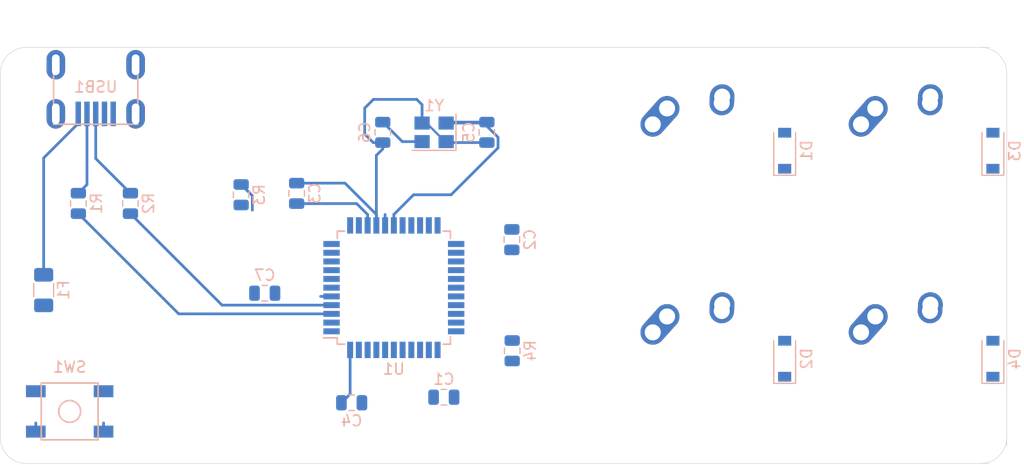
<source format=kicad_pcb>
(kicad_pcb (version 20171130) (host pcbnew "(5.1.4)-1")

  (general
    (thickness 1.6)
    (drawings 8)
    (tracks 52)
    (zones 0)
    (modules 24)
    (nets 45)
  )

  (page A4)
  (layers
    (0 F.Cu signal)
    (31 B.Cu signal)
    (32 B.Adhes user)
    (33 F.Adhes user)
    (34 B.Paste user)
    (35 F.Paste user)
    (36 B.SilkS user)
    (37 F.SilkS user)
    (38 B.Mask user)
    (39 F.Mask user)
    (40 Dwgs.User user)
    (41 Cmts.User user)
    (42 Eco1.User user)
    (43 Eco2.User user)
    (44 Edge.Cuts user)
    (45 Margin user)
    (46 B.CrtYd user)
    (47 F.CrtYd user)
    (48 B.Fab user)
    (49 F.Fab user)
  )

  (setup
    (last_trace_width 0.25)
    (trace_clearance 0.2)
    (zone_clearance 0.508)
    (zone_45_only no)
    (trace_min 0.2)
    (via_size 0.8)
    (via_drill 0.4)
    (via_min_size 0.4)
    (via_min_drill 0.3)
    (uvia_size 0.3)
    (uvia_drill 0.1)
    (uvias_allowed no)
    (uvia_min_size 0.2)
    (uvia_min_drill 0.1)
    (edge_width 0.05)
    (segment_width 0.2)
    (pcb_text_width 0.3)
    (pcb_text_size 1.5 1.5)
    (mod_edge_width 0.12)
    (mod_text_size 1 1)
    (mod_text_width 0.15)
    (pad_size 1.524 1.524)
    (pad_drill 0.762)
    (pad_to_mask_clearance 0.051)
    (solder_mask_min_width 0.25)
    (aux_axis_origin 0 0)
    (visible_elements FFFFFF7F)
    (pcbplotparams
      (layerselection 0x010fc_ffffffff)
      (usegerberextensions false)
      (usegerberattributes false)
      (usegerberadvancedattributes false)
      (creategerberjobfile false)
      (excludeedgelayer true)
      (linewidth 0.100000)
      (plotframeref false)
      (viasonmask false)
      (mode 1)
      (useauxorigin false)
      (hpglpennumber 1)
      (hpglpenspeed 20)
      (hpglpendiameter 15.000000)
      (psnegative false)
      (psa4output false)
      (plotreference true)
      (plotvalue true)
      (plotinvisibletext false)
      (padsonsilk false)
      (subtractmaskfromsilk false)
      (outputformat 1)
      (mirror false)
      (drillshape 1)
      (scaleselection 1)
      (outputdirectory ""))
  )

  (net 0 "")
  (net 1 GND)
  (net 2 +5V)
  (net 3 "Net-(C5-Pad1)")
  (net 4 "Net-(C6-Pad1)")
  (net 5 "Net-(C7-Pad1)")
  (net 6 "Net-(D1-Pad2)")
  (net 7 ROW0)
  (net 8 "Net-(D2-Pad2)")
  (net 9 ROW1)
  (net 10 "Net-(D3-Pad2)")
  (net 11 "Net-(D4-Pad2)")
  (net 12 VCC)
  (net 13 COL0)
  (net 14 COL1)
  (net 15 D-)
  (net 16 "Net-(R1-Pad1)")
  (net 17 D+)
  (net 18 "Net-(R2-Pad1)")
  (net 19 "Net-(R3-Pad2)")
  (net 20 "Net-(R4-Pad2)")
  (net 21 "Net-(U1-Pad42)")
  (net 22 "Net-(U1-Pad41)")
  (net 23 "Net-(U1-Pad40)")
  (net 24 "Net-(U1-Pad39)")
  (net 25 "Net-(U1-Pad38)")
  (net 26 "Net-(U1-Pad37)")
  (net 27 "Net-(U1-Pad36)")
  (net 28 "Net-(U1-Pad32)")
  (net 29 "Net-(U1-Pad31)")
  (net 30 "Net-(U1-Pad26)")
  (net 31 "Net-(U1-Pad25)")
  (net 32 "Net-(U1-Pad22)")
  (net 33 "Net-(U1-Pad21)")
  (net 34 "Net-(U1-Pad20)")
  (net 35 "Net-(U1-Pad19)")
  (net 36 "Net-(U1-Pad18)")
  (net 37 "Net-(U1-Pad12)")
  (net 38 "Net-(U1-Pad11)")
  (net 39 "Net-(U1-Pad10)")
  (net 40 "Net-(U1-Pad9)")
  (net 41 "Net-(U1-Pad8)")
  (net 42 "Net-(U1-Pad1)")
  (net 43 "Net-(USB1-Pad6)")
  (net 44 "Net-(USB1-Pad2)")

  (net_class Default "This is the default net class."
    (clearance 0.2)
    (trace_width 0.25)
    (via_dia 0.8)
    (via_drill 0.4)
    (uvia_dia 0.3)
    (uvia_drill 0.1)
    (add_net +5V)
    (add_net COL0)
    (add_net COL1)
    (add_net D+)
    (add_net D-)
    (add_net GND)
    (add_net "Net-(C5-Pad1)")
    (add_net "Net-(C6-Pad1)")
    (add_net "Net-(C7-Pad1)")
    (add_net "Net-(D1-Pad2)")
    (add_net "Net-(D2-Pad2)")
    (add_net "Net-(D3-Pad2)")
    (add_net "Net-(D4-Pad2)")
    (add_net "Net-(R1-Pad1)")
    (add_net "Net-(R2-Pad1)")
    (add_net "Net-(R3-Pad2)")
    (add_net "Net-(R4-Pad2)")
    (add_net "Net-(U1-Pad1)")
    (add_net "Net-(U1-Pad10)")
    (add_net "Net-(U1-Pad11)")
    (add_net "Net-(U1-Pad12)")
    (add_net "Net-(U1-Pad18)")
    (add_net "Net-(U1-Pad19)")
    (add_net "Net-(U1-Pad20)")
    (add_net "Net-(U1-Pad21)")
    (add_net "Net-(U1-Pad22)")
    (add_net "Net-(U1-Pad25)")
    (add_net "Net-(U1-Pad26)")
    (add_net "Net-(U1-Pad31)")
    (add_net "Net-(U1-Pad32)")
    (add_net "Net-(U1-Pad36)")
    (add_net "Net-(U1-Pad37)")
    (add_net "Net-(U1-Pad38)")
    (add_net "Net-(U1-Pad39)")
    (add_net "Net-(U1-Pad40)")
    (add_net "Net-(U1-Pad41)")
    (add_net "Net-(U1-Pad42)")
    (add_net "Net-(U1-Pad8)")
    (add_net "Net-(U1-Pad9)")
    (add_net "Net-(USB1-Pad2)")
    (add_net "Net-(USB1-Pad6)")
    (add_net ROW0)
    (add_net ROW1)
    (add_net VCC)
  )

  (module Crystal:Crystal_SMD_3225-4Pin_3.2x2.5mm (layer B.Cu) (tedit 5A0FD1B2) (tstamp 619030C6)
    (at 7.9375 31.59125 180)
    (descr "SMD Crystal SERIES SMD3225/4 http://www.txccrystal.com/images/pdf/7m-accuracy.pdf, 3.2x2.5mm^2 package")
    (tags "SMD SMT crystal")
    (path /6192AA4D)
    (attr smd)
    (fp_text reference Y1 (at 0 2.45) (layer B.SilkS)
      (effects (font (size 1 1) (thickness 0.15)) (justify mirror))
    )
    (fp_text value 16MHz (at 0 -2.45) (layer B.Fab)
      (effects (font (size 1 1) (thickness 0.15)) (justify mirror))
    )
    (fp_line (start 2.1 1.7) (end -2.1 1.7) (layer B.CrtYd) (width 0.05))
    (fp_line (start 2.1 -1.7) (end 2.1 1.7) (layer B.CrtYd) (width 0.05))
    (fp_line (start -2.1 -1.7) (end 2.1 -1.7) (layer B.CrtYd) (width 0.05))
    (fp_line (start -2.1 1.7) (end -2.1 -1.7) (layer B.CrtYd) (width 0.05))
    (fp_line (start -2 -1.65) (end 2 -1.65) (layer B.SilkS) (width 0.12))
    (fp_line (start -2 1.65) (end -2 -1.65) (layer B.SilkS) (width 0.12))
    (fp_line (start -1.6 -0.25) (end -0.6 -1.25) (layer B.Fab) (width 0.1))
    (fp_line (start 1.6 1.25) (end -1.6 1.25) (layer B.Fab) (width 0.1))
    (fp_line (start 1.6 -1.25) (end 1.6 1.25) (layer B.Fab) (width 0.1))
    (fp_line (start -1.6 -1.25) (end 1.6 -1.25) (layer B.Fab) (width 0.1))
    (fp_line (start -1.6 1.25) (end -1.6 -1.25) (layer B.Fab) (width 0.1))
    (fp_text user %R (at 0 0) (layer B.Fab)
      (effects (font (size 0.7 0.7) (thickness 0.105)) (justify mirror))
    )
    (pad 4 smd rect (at -1.1 0.85 180) (size 1.4 1.2) (layers B.Cu B.Paste B.Mask)
      (net 3 "Net-(C5-Pad1)"))
    (pad 3 smd rect (at 1.1 0.85 180) (size 1.4 1.2) (layers B.Cu B.Paste B.Mask)
      (net 1 GND))
    (pad 2 smd rect (at 1.1 -0.85 180) (size 1.4 1.2) (layers B.Cu B.Paste B.Mask)
      (net 4 "Net-(C6-Pad1)"))
    (pad 1 smd rect (at -1.1 -0.85 180) (size 1.4 1.2) (layers B.Cu B.Paste B.Mask)
      (net 1 GND))
    (model ${KISYS3DMOD}/Crystal.3dshapes/Crystal_SMD_3225-4Pin_3.2x2.5mm.wrl
      (at (xyz 0 0 0))
      (scale (xyz 1 1 1))
      (rotate (xyz 0 0 0))
    )
  )

  (module random-keyboard-parts:Molex-0548190589 (layer B.Cu) (tedit 5C494815) (tstamp 619030B2)
    (at -23.01875 25.4 270)
    (path /6193DE3D)
    (attr smd)
    (fp_text reference USB1 (at 2.032 0) (layer B.SilkS)
      (effects (font (size 1 1) (thickness 0.15)) (justify mirror))
    )
    (fp_text value Molex-0548190589 (at -5.08 0) (layer Dwgs.User)
      (effects (font (size 1 1) (thickness 0.15)))
    )
    (fp_text user %R (at 2 0) (layer B.CrtYd)
      (effects (font (size 1 1) (thickness 0.15)) (justify mirror))
    )
    (fp_line (start 3.25 1.25) (end 5.5 1.25) (layer B.CrtYd) (width 0.15))
    (fp_line (start 5.5 0.5) (end 3.25 0.5) (layer B.CrtYd) (width 0.15))
    (fp_line (start 3.25 -0.5) (end 5.5 -0.5) (layer B.CrtYd) (width 0.15))
    (fp_line (start 5.5 -1.25) (end 3.25 -1.25) (layer B.CrtYd) (width 0.15))
    (fp_line (start 3.25 -2) (end 5.5 -2) (layer B.CrtYd) (width 0.15))
    (fp_line (start 3.25 2) (end 3.25 -2) (layer B.CrtYd) (width 0.15))
    (fp_line (start 5.5 2) (end 3.25 2) (layer B.CrtYd) (width 0.15))
    (fp_line (start -3.75 -3.75) (end -3.75 3.75) (layer B.CrtYd) (width 0.15))
    (fp_line (start 5.5 -3.75) (end -3.75 -3.75) (layer B.CrtYd) (width 0.15))
    (fp_line (start 5.5 3.75) (end 5.5 -3.75) (layer B.CrtYd) (width 0.15))
    (fp_line (start -3.75 3.75) (end 5.5 3.75) (layer B.CrtYd) (width 0.15))
    (fp_line (start 0 3.85) (end 5.45 3.85) (layer B.SilkS) (width 0.15))
    (fp_line (start 0 -3.85) (end 5.45 -3.85) (layer B.SilkS) (width 0.15))
    (fp_line (start 5.45 3.85) (end 5.45 -3.85) (layer B.SilkS) (width 0.15))
    (fp_line (start -3.75 3.85) (end 0 3.85) (layer Dwgs.User) (width 0.15))
    (fp_line (start -3.75 -3.85) (end 0 -3.85) (layer Dwgs.User) (width 0.15))
    (fp_line (start -1.75 4.572) (end -1.75 -4.572) (layer Dwgs.User) (width 0.15))
    (fp_line (start -3.75 3.85) (end -3.75 -3.85) (layer Dwgs.User) (width 0.15))
    (pad 6 thru_hole oval (at 0 3.65 270) (size 2.7 1.7) (drill oval 1.9 0.7) (layers *.Cu *.Mask)
      (net 43 "Net-(USB1-Pad6)"))
    (pad 6 thru_hole oval (at 0 -3.65 270) (size 2.7 1.7) (drill oval 1.9 0.7) (layers *.Cu *.Mask)
      (net 43 "Net-(USB1-Pad6)"))
    (pad 6 thru_hole oval (at 4.5 -3.65 270) (size 2.7 1.7) (drill oval 1.9 0.7) (layers *.Cu *.Mask)
      (net 43 "Net-(USB1-Pad6)"))
    (pad 6 thru_hole oval (at 4.5 3.65 270) (size 2.7 1.7) (drill oval 1.9 0.7) (layers *.Cu *.Mask)
      (net 43 "Net-(USB1-Pad6)"))
    (pad 5 smd rect (at 4.5 1.6 270) (size 2.25 0.5) (layers B.Cu B.Paste B.Mask)
      (net 12 VCC))
    (pad 4 smd rect (at 4.5 0.8 270) (size 2.25 0.5) (layers B.Cu B.Paste B.Mask)
      (net 15 D-))
    (pad 3 smd rect (at 4.5 0 270) (size 2.25 0.5) (layers B.Cu B.Paste B.Mask)
      (net 17 D+))
    (pad 2 smd rect (at 4.5 -0.8 270) (size 2.25 0.5) (layers B.Cu B.Paste B.Mask)
      (net 44 "Net-(USB1-Pad2)"))
    (pad 1 smd rect (at 4.5 -1.6 270) (size 2.25 0.5) (layers B.Cu B.Paste B.Mask)
      (net 1 GND))
  )

  (module Package_QFP:TQFP-44_10x10mm_P0.8mm (layer B.Cu) (tedit 5A02F146) (tstamp 61903CA1)
    (at 4.2545 45.81525)
    (descr "44-Lead Plastic Thin Quad Flatpack (PT) - 10x10x1.0 mm Body [TQFP] (see Microchip Packaging Specification 00000049BS.pdf)")
    (tags "QFP 0.8")
    (path /618FCC8B)
    (attr smd)
    (fp_text reference U1 (at 0 7.45) (layer B.SilkS)
      (effects (font (size 1 1) (thickness 0.15)) (justify mirror))
    )
    (fp_text value ATmega32U4-AU (at 0 -7.45) (layer B.Fab)
      (effects (font (size 1 1) (thickness 0.15)) (justify mirror))
    )
    (fp_line (start -5.175 4.6) (end -6.45 4.6) (layer B.SilkS) (width 0.15))
    (fp_line (start 5.175 5.175) (end 4.5 5.175) (layer B.SilkS) (width 0.15))
    (fp_line (start 5.175 -5.175) (end 4.5 -5.175) (layer B.SilkS) (width 0.15))
    (fp_line (start -5.175 -5.175) (end -4.5 -5.175) (layer B.SilkS) (width 0.15))
    (fp_line (start -5.175 5.175) (end -4.5 5.175) (layer B.SilkS) (width 0.15))
    (fp_line (start -5.175 -5.175) (end -5.175 -4.5) (layer B.SilkS) (width 0.15))
    (fp_line (start 5.175 -5.175) (end 5.175 -4.5) (layer B.SilkS) (width 0.15))
    (fp_line (start 5.175 5.175) (end 5.175 4.5) (layer B.SilkS) (width 0.15))
    (fp_line (start -5.175 5.175) (end -5.175 4.6) (layer B.SilkS) (width 0.15))
    (fp_line (start -6.7 -6.7) (end 6.7 -6.7) (layer B.CrtYd) (width 0.05))
    (fp_line (start -6.7 6.7) (end 6.7 6.7) (layer B.CrtYd) (width 0.05))
    (fp_line (start 6.7 6.7) (end 6.7 -6.7) (layer B.CrtYd) (width 0.05))
    (fp_line (start -6.7 6.7) (end -6.7 -6.7) (layer B.CrtYd) (width 0.05))
    (fp_line (start -5 4) (end -4 5) (layer B.Fab) (width 0.15))
    (fp_line (start -5 -5) (end -5 4) (layer B.Fab) (width 0.15))
    (fp_line (start 5 -5) (end -5 -5) (layer B.Fab) (width 0.15))
    (fp_line (start 5 5) (end 5 -5) (layer B.Fab) (width 0.15))
    (fp_line (start -4 5) (end 5 5) (layer B.Fab) (width 0.15))
    (fp_text user %R (at 0 0) (layer B.Fab)
      (effects (font (size 1 1) (thickness 0.15)) (justify mirror))
    )
    (pad 44 smd rect (at -4 5.7 270) (size 1.5 0.55) (layers B.Cu B.Paste B.Mask)
      (net 2 +5V))
    (pad 43 smd rect (at -3.2 5.7 270) (size 1.5 0.55) (layers B.Cu B.Paste B.Mask)
      (net 1 GND))
    (pad 42 smd rect (at -2.4 5.7 270) (size 1.5 0.55) (layers B.Cu B.Paste B.Mask)
      (net 21 "Net-(U1-Pad42)"))
    (pad 41 smd rect (at -1.6 5.7 270) (size 1.5 0.55) (layers B.Cu B.Paste B.Mask)
      (net 22 "Net-(U1-Pad41)"))
    (pad 40 smd rect (at -0.8 5.7 270) (size 1.5 0.55) (layers B.Cu B.Paste B.Mask)
      (net 23 "Net-(U1-Pad40)"))
    (pad 39 smd rect (at 0 5.7 270) (size 1.5 0.55) (layers B.Cu B.Paste B.Mask)
      (net 24 "Net-(U1-Pad39)"))
    (pad 38 smd rect (at 0.8 5.7 270) (size 1.5 0.55) (layers B.Cu B.Paste B.Mask)
      (net 25 "Net-(U1-Pad38)"))
    (pad 37 smd rect (at 1.6 5.7 270) (size 1.5 0.55) (layers B.Cu B.Paste B.Mask)
      (net 26 "Net-(U1-Pad37)"))
    (pad 36 smd rect (at 2.4 5.7 270) (size 1.5 0.55) (layers B.Cu B.Paste B.Mask)
      (net 27 "Net-(U1-Pad36)"))
    (pad 35 smd rect (at 3.2 5.7 270) (size 1.5 0.55) (layers B.Cu B.Paste B.Mask)
      (net 1 GND))
    (pad 34 smd rect (at 4 5.7 270) (size 1.5 0.55) (layers B.Cu B.Paste B.Mask)
      (net 2 +5V))
    (pad 33 smd rect (at 5.7 4) (size 1.5 0.55) (layers B.Cu B.Paste B.Mask)
      (net 20 "Net-(R4-Pad2)"))
    (pad 32 smd rect (at 5.7 3.2) (size 1.5 0.55) (layers B.Cu B.Paste B.Mask)
      (net 28 "Net-(U1-Pad32)"))
    (pad 31 smd rect (at 5.7 2.4) (size 1.5 0.55) (layers B.Cu B.Paste B.Mask)
      (net 29 "Net-(U1-Pad31)"))
    (pad 30 smd rect (at 5.7 1.6) (size 1.5 0.55) (layers B.Cu B.Paste B.Mask)
      (net 9 ROW1))
    (pad 29 smd rect (at 5.7 0.8) (size 1.5 0.55) (layers B.Cu B.Paste B.Mask)
      (net 13 COL0))
    (pad 28 smd rect (at 5.7 0) (size 1.5 0.55) (layers B.Cu B.Paste B.Mask)
      (net 14 COL1))
    (pad 27 smd rect (at 5.7 -0.8) (size 1.5 0.55) (layers B.Cu B.Paste B.Mask)
      (net 7 ROW0))
    (pad 26 smd rect (at 5.7 -1.6) (size 1.5 0.55) (layers B.Cu B.Paste B.Mask)
      (net 30 "Net-(U1-Pad26)"))
    (pad 25 smd rect (at 5.7 -2.4) (size 1.5 0.55) (layers B.Cu B.Paste B.Mask)
      (net 31 "Net-(U1-Pad25)"))
    (pad 24 smd rect (at 5.7 -3.2) (size 1.5 0.55) (layers B.Cu B.Paste B.Mask)
      (net 2 +5V))
    (pad 23 smd rect (at 5.7 -4) (size 1.5 0.55) (layers B.Cu B.Paste B.Mask)
      (net 1 GND))
    (pad 22 smd rect (at 4 -5.7 270) (size 1.5 0.55) (layers B.Cu B.Paste B.Mask)
      (net 32 "Net-(U1-Pad22)"))
    (pad 21 smd rect (at 3.2 -5.7 270) (size 1.5 0.55) (layers B.Cu B.Paste B.Mask)
      (net 33 "Net-(U1-Pad21)"))
    (pad 20 smd rect (at 2.4 -5.7 270) (size 1.5 0.55) (layers B.Cu B.Paste B.Mask)
      (net 34 "Net-(U1-Pad20)"))
    (pad 19 smd rect (at 1.6 -5.7 270) (size 1.5 0.55) (layers B.Cu B.Paste B.Mask)
      (net 35 "Net-(U1-Pad19)"))
    (pad 18 smd rect (at 0.8 -5.7 270) (size 1.5 0.55) (layers B.Cu B.Paste B.Mask)
      (net 36 "Net-(U1-Pad18)"))
    (pad 17 smd rect (at 0 -5.7 270) (size 1.5 0.55) (layers B.Cu B.Paste B.Mask)
      (net 3 "Net-(C5-Pad1)"))
    (pad 16 smd rect (at -0.8 -5.7 270) (size 1.5 0.55) (layers B.Cu B.Paste B.Mask)
      (net 4 "Net-(C6-Pad1)"))
    (pad 15 smd rect (at -1.6 -5.7 270) (size 1.5 0.55) (layers B.Cu B.Paste B.Mask)
      (net 1 GND))
    (pad 14 smd rect (at -2.4 -5.7 270) (size 1.5 0.55) (layers B.Cu B.Paste B.Mask)
      (net 2 +5V))
    (pad 13 smd rect (at -3.2 -5.7 270) (size 1.5 0.55) (layers B.Cu B.Paste B.Mask)
      (net 19 "Net-(R3-Pad2)"))
    (pad 12 smd rect (at -4 -5.7 270) (size 1.5 0.55) (layers B.Cu B.Paste B.Mask)
      (net 37 "Net-(U1-Pad12)"))
    (pad 11 smd rect (at -5.7 -4) (size 1.5 0.55) (layers B.Cu B.Paste B.Mask)
      (net 38 "Net-(U1-Pad11)"))
    (pad 10 smd rect (at -5.7 -3.2) (size 1.5 0.55) (layers B.Cu B.Paste B.Mask)
      (net 39 "Net-(U1-Pad10)"))
    (pad 9 smd rect (at -5.7 -2.4) (size 1.5 0.55) (layers B.Cu B.Paste B.Mask)
      (net 40 "Net-(U1-Pad9)"))
    (pad 8 smd rect (at -5.7 -1.6) (size 1.5 0.55) (layers B.Cu B.Paste B.Mask)
      (net 41 "Net-(U1-Pad8)"))
    (pad 7 smd rect (at -5.7 -0.8) (size 1.5 0.55) (layers B.Cu B.Paste B.Mask)
      (net 2 +5V))
    (pad 6 smd rect (at -5.7 0) (size 1.5 0.55) (layers B.Cu B.Paste B.Mask)
      (net 5 "Net-(C7-Pad1)"))
    (pad 5 smd rect (at -5.7 0.8) (size 1.5 0.55) (layers B.Cu B.Paste B.Mask)
      (net 1 GND))
    (pad 4 smd rect (at -5.7 1.6) (size 1.5 0.55) (layers B.Cu B.Paste B.Mask)
      (net 18 "Net-(R2-Pad1)"))
    (pad 3 smd rect (at -5.7 2.4) (size 1.5 0.55) (layers B.Cu B.Paste B.Mask)
      (net 16 "Net-(R1-Pad1)"))
    (pad 2 smd rect (at -5.7 3.2) (size 1.5 0.55) (layers B.Cu B.Paste B.Mask)
      (net 2 +5V))
    (pad 1 smd rect (at -5.7 4) (size 1.5 0.55) (layers B.Cu B.Paste B.Mask)
      (net 42 "Net-(U1-Pad1)"))
    (model ${KISYS3DMOD}/Package_QFP.3dshapes/TQFP-44_10x10mm_P0.8mm.wrl
      (at (xyz 0 0 0))
      (scale (xyz 1 1 1))
      (rotate (xyz 0 0 0))
    )
  )

  (module random-keyboard-parts:SKQG-1155865 (layer B.Cu) (tedit 5E62B398) (tstamp 6190304F)
    (at -25.4 57.15)
    (path /619366B0)
    (attr smd)
    (fp_text reference SW1 (at 0 -4.064) (layer B.SilkS)
      (effects (font (size 1 1) (thickness 0.15)) (justify mirror))
    )
    (fp_text value SW_Push (at 0 4.064) (layer B.Fab)
      (effects (font (size 1 1) (thickness 0.15)) (justify mirror))
    )
    (fp_line (start -2.6 2.6) (end 2.6 2.6) (layer B.SilkS) (width 0.15))
    (fp_line (start 2.6 2.6) (end 2.6 -2.6) (layer B.SilkS) (width 0.15))
    (fp_line (start 2.6 -2.6) (end -2.6 -2.6) (layer B.SilkS) (width 0.15))
    (fp_line (start -2.6 -2.6) (end -2.6 2.6) (layer B.SilkS) (width 0.15))
    (fp_circle (center 0 0) (end 1 0) (layer B.SilkS) (width 0.15))
    (fp_line (start -4.2 2.6) (end 4.2 2.6) (layer B.Fab) (width 0.15))
    (fp_line (start 4.2 2.6) (end 4.2 1.2) (layer B.Fab) (width 0.15))
    (fp_line (start 4.2 1.1) (end 2.6 1.1) (layer B.Fab) (width 0.15))
    (fp_line (start 2.6 1.1) (end 2.6 -1.1) (layer B.Fab) (width 0.15))
    (fp_line (start 2.6 -1.1) (end 4.2 -1.1) (layer B.Fab) (width 0.15))
    (fp_line (start 4.2 -1.1) (end 4.2 -2.6) (layer B.Fab) (width 0.15))
    (fp_line (start 4.2 -2.6) (end -4.2 -2.6) (layer B.Fab) (width 0.15))
    (fp_line (start -4.2 -2.6) (end -4.2 -1.1) (layer B.Fab) (width 0.15))
    (fp_line (start -4.2 -1.1) (end -2.6 -1.1) (layer B.Fab) (width 0.15))
    (fp_line (start -2.6 -1.1) (end -2.6 1.1) (layer B.Fab) (width 0.15))
    (fp_line (start -2.6 1.1) (end -4.2 1.1) (layer B.Fab) (width 0.15))
    (fp_line (start -4.2 1.1) (end -4.2 2.6) (layer B.Fab) (width 0.15))
    (fp_circle (center 0 0) (end 1 0) (layer B.Fab) (width 0.15))
    (fp_line (start -2.6 1.1) (end -1.1 2.6) (layer B.Fab) (width 0.15))
    (fp_line (start 2.6 1.1) (end 1.1 2.6) (layer B.Fab) (width 0.15))
    (fp_line (start 2.6 -1.1) (end 1.1 -2.6) (layer B.Fab) (width 0.15))
    (fp_line (start -2.6 -1.1) (end -1.1 -2.6) (layer B.Fab) (width 0.15))
    (pad 4 smd rect (at -3.1 -1.85) (size 1.8 1.1) (layers B.Cu B.Paste B.Mask))
    (pad 3 smd rect (at 3.1 1.85) (size 1.8 1.1) (layers B.Cu B.Paste B.Mask))
    (pad 2 smd rect (at -3.1 1.85) (size 1.8 1.1) (layers B.Cu B.Paste B.Mask)
      (net 19 "Net-(R3-Pad2)"))
    (pad 1 smd rect (at 3.1 -1.85) (size 1.8 1.1) (layers B.Cu B.Paste B.Mask)
      (net 1 GND))
    (model ${KISYS3DMOD}/Button_Switch_SMD.3dshapes/SW_SPST_TL3342.step
      (at (xyz 0 0 0))
      (scale (xyz 1 1 1))
      (rotate (xyz 0 0 0))
    )
  )

  (module Resistor_SMD:R_0805_2012Metric (layer B.Cu) (tedit 5B36C52B) (tstamp 61903031)
    (at 15.08125 51.59375 90)
    (descr "Resistor SMD 0805 (2012 Metric), square (rectangular) end terminal, IPC_7351 nominal, (Body size source: https://docs.google.com/spreadsheets/d/1BsfQQcO9C6DZCsRaXUlFlo91Tg2WpOkGARC1WS5S8t0/edit?usp=sharing), generated with kicad-footprint-generator")
    (tags resistor)
    (path /61912AE2)
    (attr smd)
    (fp_text reference R4 (at 0 1.65 -90) (layer B.SilkS)
      (effects (font (size 1 1) (thickness 0.15)) (justify mirror))
    )
    (fp_text value 10k (at 0 -1.65 -90) (layer B.Fab)
      (effects (font (size 1 1) (thickness 0.15)) (justify mirror))
    )
    (fp_text user %R (at 0 0 -90) (layer B.Fab)
      (effects (font (size 0.5 0.5) (thickness 0.08)) (justify mirror))
    )
    (fp_line (start 1.68 -0.95) (end -1.68 -0.95) (layer B.CrtYd) (width 0.05))
    (fp_line (start 1.68 0.95) (end 1.68 -0.95) (layer B.CrtYd) (width 0.05))
    (fp_line (start -1.68 0.95) (end 1.68 0.95) (layer B.CrtYd) (width 0.05))
    (fp_line (start -1.68 -0.95) (end -1.68 0.95) (layer B.CrtYd) (width 0.05))
    (fp_line (start -0.258578 -0.71) (end 0.258578 -0.71) (layer B.SilkS) (width 0.12))
    (fp_line (start -0.258578 0.71) (end 0.258578 0.71) (layer B.SilkS) (width 0.12))
    (fp_line (start 1 -0.6) (end -1 -0.6) (layer B.Fab) (width 0.1))
    (fp_line (start 1 0.6) (end 1 -0.6) (layer B.Fab) (width 0.1))
    (fp_line (start -1 0.6) (end 1 0.6) (layer B.Fab) (width 0.1))
    (fp_line (start -1 -0.6) (end -1 0.6) (layer B.Fab) (width 0.1))
    (pad 2 smd roundrect (at 0.9375 0 90) (size 0.975 1.4) (layers B.Cu B.Paste B.Mask) (roundrect_rratio 0.25)
      (net 20 "Net-(R4-Pad2)"))
    (pad 1 smd roundrect (at -0.9375 0 90) (size 0.975 1.4) (layers B.Cu B.Paste B.Mask) (roundrect_rratio 0.25)
      (net 1 GND))
    (model ${KISYS3DMOD}/Resistor_SMD.3dshapes/R_0805_2012Metric.wrl
      (at (xyz 0 0 0))
      (scale (xyz 1 1 1))
      (rotate (xyz 0 0 0))
    )
  )

  (module Resistor_SMD:R_0805_2012Metric (layer B.Cu) (tedit 5B36C52B) (tstamp 61903020)
    (at -9.7155 37.30625 90)
    (descr "Resistor SMD 0805 (2012 Metric), square (rectangular) end terminal, IPC_7351 nominal, (Body size source: https://docs.google.com/spreadsheets/d/1BsfQQcO9C6DZCsRaXUlFlo91Tg2WpOkGARC1WS5S8t0/edit?usp=sharing), generated with kicad-footprint-generator")
    (tags resistor)
    (path /6193A291)
    (attr smd)
    (fp_text reference R3 (at 0 1.65 270) (layer B.SilkS)
      (effects (font (size 1 1) (thickness 0.15)) (justify mirror))
    )
    (fp_text value 10k (at 0 -1.65 270) (layer B.Fab)
      (effects (font (size 1 1) (thickness 0.15)) (justify mirror))
    )
    (fp_text user %R (at 0 0 270) (layer B.Fab)
      (effects (font (size 0.5 0.5) (thickness 0.08)) (justify mirror))
    )
    (fp_line (start 1.68 -0.95) (end -1.68 -0.95) (layer B.CrtYd) (width 0.05))
    (fp_line (start 1.68 0.95) (end 1.68 -0.95) (layer B.CrtYd) (width 0.05))
    (fp_line (start -1.68 0.95) (end 1.68 0.95) (layer B.CrtYd) (width 0.05))
    (fp_line (start -1.68 -0.95) (end -1.68 0.95) (layer B.CrtYd) (width 0.05))
    (fp_line (start -0.258578 -0.71) (end 0.258578 -0.71) (layer B.SilkS) (width 0.12))
    (fp_line (start -0.258578 0.71) (end 0.258578 0.71) (layer B.SilkS) (width 0.12))
    (fp_line (start 1 -0.6) (end -1 -0.6) (layer B.Fab) (width 0.1))
    (fp_line (start 1 0.6) (end 1 -0.6) (layer B.Fab) (width 0.1))
    (fp_line (start -1 0.6) (end 1 0.6) (layer B.Fab) (width 0.1))
    (fp_line (start -1 -0.6) (end -1 0.6) (layer B.Fab) (width 0.1))
    (pad 2 smd roundrect (at 0.9375 0 90) (size 0.975 1.4) (layers B.Cu B.Paste B.Mask) (roundrect_rratio 0.25)
      (net 19 "Net-(R3-Pad2)"))
    (pad 1 smd roundrect (at -0.9375 0 90) (size 0.975 1.4) (layers B.Cu B.Paste B.Mask) (roundrect_rratio 0.25)
      (net 2 +5V))
    (model ${KISYS3DMOD}/Resistor_SMD.3dshapes/R_0805_2012Metric.wrl
      (at (xyz 0 0 0))
      (scale (xyz 1 1 1))
      (rotate (xyz 0 0 0))
    )
  )

  (module Resistor_SMD:R_0805_2012Metric (layer B.Cu) (tedit 5B36C52B) (tstamp 6190300F)
    (at -19.84375 38.1 90)
    (descr "Resistor SMD 0805 (2012 Metric), square (rectangular) end terminal, IPC_7351 nominal, (Body size source: https://docs.google.com/spreadsheets/d/1BsfQQcO9C6DZCsRaXUlFlo91Tg2WpOkGARC1WS5S8t0/edit?usp=sharing), generated with kicad-footprint-generator")
    (tags resistor)
    (path /619172EC)
    (attr smd)
    (fp_text reference R2 (at 0 1.65 90) (layer B.SilkS)
      (effects (font (size 1 1) (thickness 0.15)) (justify mirror))
    )
    (fp_text value 22 (at 0 -1.65 90) (layer B.Fab)
      (effects (font (size 1 1) (thickness 0.15)) (justify mirror))
    )
    (fp_text user %R (at 0 0 90) (layer B.Fab)
      (effects (font (size 0.5 0.5) (thickness 0.08)) (justify mirror))
    )
    (fp_line (start 1.68 -0.95) (end -1.68 -0.95) (layer B.CrtYd) (width 0.05))
    (fp_line (start 1.68 0.95) (end 1.68 -0.95) (layer B.CrtYd) (width 0.05))
    (fp_line (start -1.68 0.95) (end 1.68 0.95) (layer B.CrtYd) (width 0.05))
    (fp_line (start -1.68 -0.95) (end -1.68 0.95) (layer B.CrtYd) (width 0.05))
    (fp_line (start -0.258578 -0.71) (end 0.258578 -0.71) (layer B.SilkS) (width 0.12))
    (fp_line (start -0.258578 0.71) (end 0.258578 0.71) (layer B.SilkS) (width 0.12))
    (fp_line (start 1 -0.6) (end -1 -0.6) (layer B.Fab) (width 0.1))
    (fp_line (start 1 0.6) (end 1 -0.6) (layer B.Fab) (width 0.1))
    (fp_line (start -1 0.6) (end 1 0.6) (layer B.Fab) (width 0.1))
    (fp_line (start -1 -0.6) (end -1 0.6) (layer B.Fab) (width 0.1))
    (pad 2 smd roundrect (at 0.9375 0 90) (size 0.975 1.4) (layers B.Cu B.Paste B.Mask) (roundrect_rratio 0.25)
      (net 17 D+))
    (pad 1 smd roundrect (at -0.9375 0 90) (size 0.975 1.4) (layers B.Cu B.Paste B.Mask) (roundrect_rratio 0.25)
      (net 18 "Net-(R2-Pad1)"))
    (model ${KISYS3DMOD}/Resistor_SMD.3dshapes/R_0805_2012Metric.wrl
      (at (xyz 0 0 0))
      (scale (xyz 1 1 1))
      (rotate (xyz 0 0 0))
    )
  )

  (module Resistor_SMD:R_0805_2012Metric (layer B.Cu) (tedit 5B36C52B) (tstamp 61902FFE)
    (at -24.60625 38.1 90)
    (descr "Resistor SMD 0805 (2012 Metric), square (rectangular) end terminal, IPC_7351 nominal, (Body size source: https://docs.google.com/spreadsheets/d/1BsfQQcO9C6DZCsRaXUlFlo91Tg2WpOkGARC1WS5S8t0/edit?usp=sharing), generated with kicad-footprint-generator")
    (tags resistor)
    (path /61918CCB)
    (attr smd)
    (fp_text reference R1 (at 0 1.65 270) (layer B.SilkS)
      (effects (font (size 1 1) (thickness 0.15)) (justify mirror))
    )
    (fp_text value 22 (at 0 -1.65 270) (layer B.Fab)
      (effects (font (size 1 1) (thickness 0.15)) (justify mirror))
    )
    (fp_text user %R (at 0 0 270) (layer B.Fab)
      (effects (font (size 0.5 0.5) (thickness 0.08)) (justify mirror))
    )
    (fp_line (start 1.68 -0.95) (end -1.68 -0.95) (layer B.CrtYd) (width 0.05))
    (fp_line (start 1.68 0.95) (end 1.68 -0.95) (layer B.CrtYd) (width 0.05))
    (fp_line (start -1.68 0.95) (end 1.68 0.95) (layer B.CrtYd) (width 0.05))
    (fp_line (start -1.68 -0.95) (end -1.68 0.95) (layer B.CrtYd) (width 0.05))
    (fp_line (start -0.258578 -0.71) (end 0.258578 -0.71) (layer B.SilkS) (width 0.12))
    (fp_line (start -0.258578 0.71) (end 0.258578 0.71) (layer B.SilkS) (width 0.12))
    (fp_line (start 1 -0.6) (end -1 -0.6) (layer B.Fab) (width 0.1))
    (fp_line (start 1 0.6) (end 1 -0.6) (layer B.Fab) (width 0.1))
    (fp_line (start -1 0.6) (end 1 0.6) (layer B.Fab) (width 0.1))
    (fp_line (start -1 -0.6) (end -1 0.6) (layer B.Fab) (width 0.1))
    (pad 2 smd roundrect (at 0.9375 0 90) (size 0.975 1.4) (layers B.Cu B.Paste B.Mask) (roundrect_rratio 0.25)
      (net 15 D-))
    (pad 1 smd roundrect (at -0.9375 0 90) (size 0.975 1.4) (layers B.Cu B.Paste B.Mask) (roundrect_rratio 0.25)
      (net 16 "Net-(R1-Pad1)"))
    (model ${KISYS3DMOD}/Resistor_SMD.3dshapes/R_0805_2012Metric.wrl
      (at (xyz 0 0 0))
      (scale (xyz 1 1 1))
      (rotate (xyz 0 0 0))
    )
  )

  (module MX_Alps_Hybrid:MX-1U-NoLED (layer F.Cu) (tedit 5A9F5203) (tstamp 61902FED)
    (at 50.8 52.451)
    (path /61969F87)
    (fp_text reference MX4 (at 0 3.175) (layer Dwgs.User)
      (effects (font (size 1 1) (thickness 0.15)))
    )
    (fp_text value MX-NoLED (at 0 -7.9375) (layer Dwgs.User)
      (effects (font (size 1 1) (thickness 0.15)))
    )
    (fp_line (start -9.525 9.525) (end -9.525 -9.525) (layer Dwgs.User) (width 0.15))
    (fp_line (start 9.525 9.525) (end -9.525 9.525) (layer Dwgs.User) (width 0.15))
    (fp_line (start 9.525 -9.525) (end 9.525 9.525) (layer Dwgs.User) (width 0.15))
    (fp_line (start -9.525 -9.525) (end 9.525 -9.525) (layer Dwgs.User) (width 0.15))
    (fp_line (start -7 -7) (end -7 -5) (layer Dwgs.User) (width 0.15))
    (fp_line (start -5 -7) (end -7 -7) (layer Dwgs.User) (width 0.15))
    (fp_line (start -7 7) (end -5 7) (layer Dwgs.User) (width 0.15))
    (fp_line (start -7 5) (end -7 7) (layer Dwgs.User) (width 0.15))
    (fp_line (start 7 7) (end 7 5) (layer Dwgs.User) (width 0.15))
    (fp_line (start 5 7) (end 7 7) (layer Dwgs.User) (width 0.15))
    (fp_line (start 7 -7) (end 7 -5) (layer Dwgs.User) (width 0.15))
    (fp_line (start 5 -7) (end 7 -7) (layer Dwgs.User) (width 0.15))
    (pad "" np_thru_hole circle (at 5.08 0 48.0996) (size 1.75 1.75) (drill 1.75) (layers *.Cu *.Mask))
    (pad "" np_thru_hole circle (at -5.08 0 48.0996) (size 1.75 1.75) (drill 1.75) (layers *.Cu *.Mask))
    (pad 1 thru_hole circle (at -2.5 -4) (size 2.25 2.25) (drill 1.47) (layers *.Cu B.Mask)
      (net 14 COL1))
    (pad "" np_thru_hole circle (at 0 0) (size 3.9878 3.9878) (drill 3.9878) (layers *.Cu *.Mask))
    (pad 1 thru_hole oval (at -3.81 -2.54 48.0996) (size 4.211556 2.25) (drill 1.47 (offset 0.980778 0)) (layers *.Cu B.Mask)
      (net 14 COL1))
    (pad 2 thru_hole circle (at 2.54 -5.08) (size 2.25 2.25) (drill 1.47) (layers *.Cu B.Mask)
      (net 11 "Net-(D4-Pad2)"))
    (pad 2 thru_hole oval (at 2.5 -4.5 86.0548) (size 2.831378 2.25) (drill 1.47 (offset 0.290689 0)) (layers *.Cu B.Mask)
      (net 11 "Net-(D4-Pad2)"))
  )

  (module MX_Alps_Hybrid:MX-1U-NoLED (layer F.Cu) (tedit 5A9F5203) (tstamp 61902FD6)
    (at 50.8 33.401)
    (path /61978509)
    (fp_text reference MX3 (at 0 3.175) (layer Dwgs.User)
      (effects (font (size 1 1) (thickness 0.15)))
    )
    (fp_text value MX-NoLED (at 0 -7.9375) (layer Dwgs.User)
      (effects (font (size 1 1) (thickness 0.15)))
    )
    (fp_line (start -9.525 9.525) (end -9.525 -9.525) (layer Dwgs.User) (width 0.15))
    (fp_line (start 9.525 9.525) (end -9.525 9.525) (layer Dwgs.User) (width 0.15))
    (fp_line (start 9.525 -9.525) (end 9.525 9.525) (layer Dwgs.User) (width 0.15))
    (fp_line (start -9.525 -9.525) (end 9.525 -9.525) (layer Dwgs.User) (width 0.15))
    (fp_line (start -7 -7) (end -7 -5) (layer Dwgs.User) (width 0.15))
    (fp_line (start -5 -7) (end -7 -7) (layer Dwgs.User) (width 0.15))
    (fp_line (start -7 7) (end -5 7) (layer Dwgs.User) (width 0.15))
    (fp_line (start -7 5) (end -7 7) (layer Dwgs.User) (width 0.15))
    (fp_line (start 7 7) (end 7 5) (layer Dwgs.User) (width 0.15))
    (fp_line (start 5 7) (end 7 7) (layer Dwgs.User) (width 0.15))
    (fp_line (start 7 -7) (end 7 -5) (layer Dwgs.User) (width 0.15))
    (fp_line (start 5 -7) (end 7 -7) (layer Dwgs.User) (width 0.15))
    (pad "" np_thru_hole circle (at 5.08 0 48.0996) (size 1.75 1.75) (drill 1.75) (layers *.Cu *.Mask))
    (pad "" np_thru_hole circle (at -5.08 0 48.0996) (size 1.75 1.75) (drill 1.75) (layers *.Cu *.Mask))
    (pad 1 thru_hole circle (at -2.5 -4) (size 2.25 2.25) (drill 1.47) (layers *.Cu B.Mask)
      (net 14 COL1))
    (pad "" np_thru_hole circle (at 0 0) (size 3.9878 3.9878) (drill 3.9878) (layers *.Cu *.Mask))
    (pad 1 thru_hole oval (at -3.81 -2.54 48.0996) (size 4.211556 2.25) (drill 1.47 (offset 0.980778 0)) (layers *.Cu B.Mask)
      (net 14 COL1))
    (pad 2 thru_hole circle (at 2.54 -5.08) (size 2.25 2.25) (drill 1.47) (layers *.Cu B.Mask)
      (net 10 "Net-(D3-Pad2)"))
    (pad 2 thru_hole oval (at 2.5 -4.5 86.0548) (size 2.831378 2.25) (drill 1.47 (offset 0.290689 0)) (layers *.Cu B.Mask)
      (net 10 "Net-(D3-Pad2)"))
  )

  (module MX_Alps_Hybrid:MX-1U-NoLED (layer F.Cu) (tedit 5A9F5203) (tstamp 61902FBF)
    (at 31.75 52.451)
    (path /6196956D)
    (fp_text reference MX2 (at 0 3.175) (layer Dwgs.User)
      (effects (font (size 1 1) (thickness 0.15)))
    )
    (fp_text value MX-NoLED (at 0 -7.9375) (layer Dwgs.User)
      (effects (font (size 1 1) (thickness 0.15)))
    )
    (fp_line (start -9.525 9.525) (end -9.525 -9.525) (layer Dwgs.User) (width 0.15))
    (fp_line (start 9.525 9.525) (end -9.525 9.525) (layer Dwgs.User) (width 0.15))
    (fp_line (start 9.525 -9.525) (end 9.525 9.525) (layer Dwgs.User) (width 0.15))
    (fp_line (start -9.525 -9.525) (end 9.525 -9.525) (layer Dwgs.User) (width 0.15))
    (fp_line (start -7 -7) (end -7 -5) (layer Dwgs.User) (width 0.15))
    (fp_line (start -5 -7) (end -7 -7) (layer Dwgs.User) (width 0.15))
    (fp_line (start -7 7) (end -5 7) (layer Dwgs.User) (width 0.15))
    (fp_line (start -7 5) (end -7 7) (layer Dwgs.User) (width 0.15))
    (fp_line (start 7 7) (end 7 5) (layer Dwgs.User) (width 0.15))
    (fp_line (start 5 7) (end 7 7) (layer Dwgs.User) (width 0.15))
    (fp_line (start 7 -7) (end 7 -5) (layer Dwgs.User) (width 0.15))
    (fp_line (start 5 -7) (end 7 -7) (layer Dwgs.User) (width 0.15))
    (pad "" np_thru_hole circle (at 5.08 0 48.0996) (size 1.75 1.75) (drill 1.75) (layers *.Cu *.Mask))
    (pad "" np_thru_hole circle (at -5.08 0 48.0996) (size 1.75 1.75) (drill 1.75) (layers *.Cu *.Mask))
    (pad 1 thru_hole circle (at -2.5 -4) (size 2.25 2.25) (drill 1.47) (layers *.Cu B.Mask)
      (net 13 COL0))
    (pad "" np_thru_hole circle (at 0 0) (size 3.9878 3.9878) (drill 3.9878) (layers *.Cu *.Mask))
    (pad 1 thru_hole oval (at -3.81 -2.54 48.0996) (size 4.211556 2.25) (drill 1.47 (offset 0.980778 0)) (layers *.Cu B.Mask)
      (net 13 COL0))
    (pad 2 thru_hole circle (at 2.54 -5.08) (size 2.25 2.25) (drill 1.47) (layers *.Cu B.Mask)
      (net 8 "Net-(D2-Pad2)"))
    (pad 2 thru_hole oval (at 2.5 -4.5 86.0548) (size 2.831378 2.25) (drill 1.47 (offset 0.290689 0)) (layers *.Cu B.Mask)
      (net 8 "Net-(D2-Pad2)"))
  )

  (module MX_Alps_Hybrid:MX-1U-NoLED (layer F.Cu) (tedit 5A9F5203) (tstamp 61902FA8)
    (at 31.75 33.401)
    (path /619568CD)
    (fp_text reference MX1 (at 0 3.175) (layer Dwgs.User)
      (effects (font (size 1 1) (thickness 0.15)))
    )
    (fp_text value MX-NoLED (at 0 -7.9375) (layer Dwgs.User)
      (effects (font (size 1 1) (thickness 0.15)))
    )
    (fp_line (start -9.525 9.525) (end -9.525 -9.525) (layer Dwgs.User) (width 0.15))
    (fp_line (start 9.525 9.525) (end -9.525 9.525) (layer Dwgs.User) (width 0.15))
    (fp_line (start 9.525 -9.525) (end 9.525 9.525) (layer Dwgs.User) (width 0.15))
    (fp_line (start -9.525 -9.525) (end 9.525 -9.525) (layer Dwgs.User) (width 0.15))
    (fp_line (start -7 -7) (end -7 -5) (layer Dwgs.User) (width 0.15))
    (fp_line (start -5 -7) (end -7 -7) (layer Dwgs.User) (width 0.15))
    (fp_line (start -7 7) (end -5 7) (layer Dwgs.User) (width 0.15))
    (fp_line (start -7 5) (end -7 7) (layer Dwgs.User) (width 0.15))
    (fp_line (start 7 7) (end 7 5) (layer Dwgs.User) (width 0.15))
    (fp_line (start 5 7) (end 7 7) (layer Dwgs.User) (width 0.15))
    (fp_line (start 7 -7) (end 7 -5) (layer Dwgs.User) (width 0.15))
    (fp_line (start 5 -7) (end 7 -7) (layer Dwgs.User) (width 0.15))
    (pad "" np_thru_hole circle (at 5.08 0 48.0996) (size 1.75 1.75) (drill 1.75) (layers *.Cu *.Mask))
    (pad "" np_thru_hole circle (at -5.08 0 48.0996) (size 1.75 1.75) (drill 1.75) (layers *.Cu *.Mask))
    (pad 1 thru_hole circle (at -2.5 -4) (size 2.25 2.25) (drill 1.47) (layers *.Cu B.Mask)
      (net 13 COL0))
    (pad "" np_thru_hole circle (at 0 0) (size 3.9878 3.9878) (drill 3.9878) (layers *.Cu *.Mask))
    (pad 1 thru_hole oval (at -3.81 -2.54 48.0996) (size 4.211556 2.25) (drill 1.47 (offset 0.980778 0)) (layers *.Cu B.Mask)
      (net 13 COL0))
    (pad 2 thru_hole circle (at 2.54 -5.08) (size 2.25 2.25) (drill 1.47) (layers *.Cu B.Mask)
      (net 6 "Net-(D1-Pad2)"))
    (pad 2 thru_hole oval (at 2.5 -4.5 86.0548) (size 2.831378 2.25) (drill 1.47 (offset 0.290689 0)) (layers *.Cu B.Mask)
      (net 6 "Net-(D1-Pad2)"))
  )

  (module Fuse:Fuse_1206_3216Metric (layer B.Cu) (tedit 5B301BBE) (tstamp 61902F91)
    (at -27.78125 46.0375 90)
    (descr "Fuse SMD 1206 (3216 Metric), square (rectangular) end terminal, IPC_7351 nominal, (Body size source: http://www.tortai-tech.com/upload/download/2011102023233369053.pdf), generated with kicad-footprint-generator")
    (tags resistor)
    (path /6193F708)
    (attr smd)
    (fp_text reference F1 (at 0 1.82 90) (layer B.SilkS)
      (effects (font (size 1 1) (thickness 0.15)) (justify mirror))
    )
    (fp_text value 500mA (at 0 -1.82 90) (layer B.Fab)
      (effects (font (size 1 1) (thickness 0.15)) (justify mirror))
    )
    (fp_text user %R (at 0 0 90) (layer B.Fab)
      (effects (font (size 0.8 0.8) (thickness 0.12)) (justify mirror))
    )
    (fp_line (start 2.28 -1.12) (end -2.28 -1.12) (layer B.CrtYd) (width 0.05))
    (fp_line (start 2.28 1.12) (end 2.28 -1.12) (layer B.CrtYd) (width 0.05))
    (fp_line (start -2.28 1.12) (end 2.28 1.12) (layer B.CrtYd) (width 0.05))
    (fp_line (start -2.28 -1.12) (end -2.28 1.12) (layer B.CrtYd) (width 0.05))
    (fp_line (start -0.602064 -0.91) (end 0.602064 -0.91) (layer B.SilkS) (width 0.12))
    (fp_line (start -0.602064 0.91) (end 0.602064 0.91) (layer B.SilkS) (width 0.12))
    (fp_line (start 1.6 -0.8) (end -1.6 -0.8) (layer B.Fab) (width 0.1))
    (fp_line (start 1.6 0.8) (end 1.6 -0.8) (layer B.Fab) (width 0.1))
    (fp_line (start -1.6 0.8) (end 1.6 0.8) (layer B.Fab) (width 0.1))
    (fp_line (start -1.6 -0.8) (end -1.6 0.8) (layer B.Fab) (width 0.1))
    (pad 2 smd roundrect (at 1.4 0 90) (size 1.25 1.75) (layers B.Cu B.Paste B.Mask) (roundrect_rratio 0.2)
      (net 12 VCC))
    (pad 1 smd roundrect (at -1.4 0 90) (size 1.25 1.75) (layers B.Cu B.Paste B.Mask) (roundrect_rratio 0.2)
      (net 2 +5V))
    (model ${KISYS3DMOD}/Fuse.3dshapes/Fuse_1206_3216Metric.wrl
      (at (xyz 0 0 0))
      (scale (xyz 1 1 1))
      (rotate (xyz 0 0 0))
    )
  )

  (module Diode_SMD:D_SOD-123 (layer B.Cu) (tedit 58645DC7) (tstamp 61902F80)
    (at 59.055 52.324 90)
    (descr SOD-123)
    (tags SOD-123)
    (path /6196AF1F)
    (attr smd)
    (fp_text reference D4 (at 0 2 270) (layer B.SilkS)
      (effects (font (size 1 1) (thickness 0.15)) (justify mirror))
    )
    (fp_text value SOD-123 (at 0 -2.1 270) (layer B.Fab)
      (effects (font (size 1 1) (thickness 0.15)) (justify mirror))
    )
    (fp_line (start -2.25 1) (end 1.65 1) (layer B.SilkS) (width 0.12))
    (fp_line (start -2.25 -1) (end 1.65 -1) (layer B.SilkS) (width 0.12))
    (fp_line (start -2.35 1.15) (end -2.35 -1.15) (layer B.CrtYd) (width 0.05))
    (fp_line (start 2.35 -1.15) (end -2.35 -1.15) (layer B.CrtYd) (width 0.05))
    (fp_line (start 2.35 1.15) (end 2.35 -1.15) (layer B.CrtYd) (width 0.05))
    (fp_line (start -2.35 1.15) (end 2.35 1.15) (layer B.CrtYd) (width 0.05))
    (fp_line (start -1.4 0.9) (end 1.4 0.9) (layer B.Fab) (width 0.1))
    (fp_line (start 1.4 0.9) (end 1.4 -0.9) (layer B.Fab) (width 0.1))
    (fp_line (start 1.4 -0.9) (end -1.4 -0.9) (layer B.Fab) (width 0.1))
    (fp_line (start -1.4 -0.9) (end -1.4 0.9) (layer B.Fab) (width 0.1))
    (fp_line (start -0.75 0) (end -0.35 0) (layer B.Fab) (width 0.1))
    (fp_line (start -0.35 0) (end -0.35 0.55) (layer B.Fab) (width 0.1))
    (fp_line (start -0.35 0) (end -0.35 -0.55) (layer B.Fab) (width 0.1))
    (fp_line (start -0.35 0) (end 0.25 0.4) (layer B.Fab) (width 0.1))
    (fp_line (start 0.25 0.4) (end 0.25 -0.4) (layer B.Fab) (width 0.1))
    (fp_line (start 0.25 -0.4) (end -0.35 0) (layer B.Fab) (width 0.1))
    (fp_line (start 0.25 0) (end 0.75 0) (layer B.Fab) (width 0.1))
    (fp_line (start -2.25 1) (end -2.25 -1) (layer B.SilkS) (width 0.12))
    (fp_text user %R (at 0 2 270) (layer B.Fab)
      (effects (font (size 1 1) (thickness 0.15)) (justify mirror))
    )
    (pad 2 smd rect (at 1.65 0 90) (size 0.9 1.2) (layers B.Cu B.Paste B.Mask)
      (net 11 "Net-(D4-Pad2)"))
    (pad 1 smd rect (at -1.65 0 90) (size 0.9 1.2) (layers B.Cu B.Paste B.Mask)
      (net 9 ROW1))
    (model ${KISYS3DMOD}/Diode_SMD.3dshapes/D_SOD-123.wrl
      (at (xyz 0 0 0))
      (scale (xyz 1 1 1))
      (rotate (xyz 0 0 0))
    )
  )

  (module Diode_SMD:D_SOD-123 (layer B.Cu) (tedit 58645DC7) (tstamp 61902F67)
    (at 59.055 33.274 90)
    (descr SOD-123)
    (tags SOD-123)
    (path /61968B08)
    (attr smd)
    (fp_text reference D3 (at 0 2 270) (layer B.SilkS)
      (effects (font (size 1 1) (thickness 0.15)) (justify mirror))
    )
    (fp_text value SOD-123 (at 0 -2.1 270) (layer B.Fab)
      (effects (font (size 1 1) (thickness 0.15)) (justify mirror))
    )
    (fp_line (start -2.25 1) (end 1.65 1) (layer B.SilkS) (width 0.12))
    (fp_line (start -2.25 -1) (end 1.65 -1) (layer B.SilkS) (width 0.12))
    (fp_line (start -2.35 1.15) (end -2.35 -1.15) (layer B.CrtYd) (width 0.05))
    (fp_line (start 2.35 -1.15) (end -2.35 -1.15) (layer B.CrtYd) (width 0.05))
    (fp_line (start 2.35 1.15) (end 2.35 -1.15) (layer B.CrtYd) (width 0.05))
    (fp_line (start -2.35 1.15) (end 2.35 1.15) (layer B.CrtYd) (width 0.05))
    (fp_line (start -1.4 0.9) (end 1.4 0.9) (layer B.Fab) (width 0.1))
    (fp_line (start 1.4 0.9) (end 1.4 -0.9) (layer B.Fab) (width 0.1))
    (fp_line (start 1.4 -0.9) (end -1.4 -0.9) (layer B.Fab) (width 0.1))
    (fp_line (start -1.4 -0.9) (end -1.4 0.9) (layer B.Fab) (width 0.1))
    (fp_line (start -0.75 0) (end -0.35 0) (layer B.Fab) (width 0.1))
    (fp_line (start -0.35 0) (end -0.35 0.55) (layer B.Fab) (width 0.1))
    (fp_line (start -0.35 0) (end -0.35 -0.55) (layer B.Fab) (width 0.1))
    (fp_line (start -0.35 0) (end 0.25 0.4) (layer B.Fab) (width 0.1))
    (fp_line (start 0.25 0.4) (end 0.25 -0.4) (layer B.Fab) (width 0.1))
    (fp_line (start 0.25 -0.4) (end -0.35 0) (layer B.Fab) (width 0.1))
    (fp_line (start 0.25 0) (end 0.75 0) (layer B.Fab) (width 0.1))
    (fp_line (start -2.25 1) (end -2.25 -1) (layer B.SilkS) (width 0.12))
    (fp_text user %R (at 0 2 270) (layer B.Fab)
      (effects (font (size 1 1) (thickness 0.15)) (justify mirror))
    )
    (pad 2 smd rect (at 1.65 0 90) (size 0.9 1.2) (layers B.Cu B.Paste B.Mask)
      (net 10 "Net-(D3-Pad2)"))
    (pad 1 smd rect (at -1.65 0 90) (size 0.9 1.2) (layers B.Cu B.Paste B.Mask)
      (net 7 ROW0))
    (model ${KISYS3DMOD}/Diode_SMD.3dshapes/D_SOD-123.wrl
      (at (xyz 0 0 0))
      (scale (xyz 1 1 1))
      (rotate (xyz 0 0 0))
    )
  )

  (module Diode_SMD:D_SOD-123 (layer B.Cu) (tedit 58645DC7) (tstamp 61902F4E)
    (at 40.005 52.324 90)
    (descr SOD-123)
    (tags SOD-123)
    (path /6196A582)
    (attr smd)
    (fp_text reference D2 (at 0 2 270) (layer B.SilkS)
      (effects (font (size 1 1) (thickness 0.15)) (justify mirror))
    )
    (fp_text value SOD-123 (at 0 -2.1 270) (layer B.Fab)
      (effects (font (size 1 1) (thickness 0.15)) (justify mirror))
    )
    (fp_line (start -2.25 1) (end 1.65 1) (layer B.SilkS) (width 0.12))
    (fp_line (start -2.25 -1) (end 1.65 -1) (layer B.SilkS) (width 0.12))
    (fp_line (start -2.35 1.15) (end -2.35 -1.15) (layer B.CrtYd) (width 0.05))
    (fp_line (start 2.35 -1.15) (end -2.35 -1.15) (layer B.CrtYd) (width 0.05))
    (fp_line (start 2.35 1.15) (end 2.35 -1.15) (layer B.CrtYd) (width 0.05))
    (fp_line (start -2.35 1.15) (end 2.35 1.15) (layer B.CrtYd) (width 0.05))
    (fp_line (start -1.4 0.9) (end 1.4 0.9) (layer B.Fab) (width 0.1))
    (fp_line (start 1.4 0.9) (end 1.4 -0.9) (layer B.Fab) (width 0.1))
    (fp_line (start 1.4 -0.9) (end -1.4 -0.9) (layer B.Fab) (width 0.1))
    (fp_line (start -1.4 -0.9) (end -1.4 0.9) (layer B.Fab) (width 0.1))
    (fp_line (start -0.75 0) (end -0.35 0) (layer B.Fab) (width 0.1))
    (fp_line (start -0.35 0) (end -0.35 0.55) (layer B.Fab) (width 0.1))
    (fp_line (start -0.35 0) (end -0.35 -0.55) (layer B.Fab) (width 0.1))
    (fp_line (start -0.35 0) (end 0.25 0.4) (layer B.Fab) (width 0.1))
    (fp_line (start 0.25 0.4) (end 0.25 -0.4) (layer B.Fab) (width 0.1))
    (fp_line (start 0.25 -0.4) (end -0.35 0) (layer B.Fab) (width 0.1))
    (fp_line (start 0.25 0) (end 0.75 0) (layer B.Fab) (width 0.1))
    (fp_line (start -2.25 1) (end -2.25 -1) (layer B.SilkS) (width 0.12))
    (fp_text user %R (at 0 2 270) (layer B.Fab)
      (effects (font (size 1 1) (thickness 0.15)) (justify mirror))
    )
    (pad 2 smd rect (at 1.65 0 90) (size 0.9 1.2) (layers B.Cu B.Paste B.Mask)
      (net 8 "Net-(D2-Pad2)"))
    (pad 1 smd rect (at -1.65 0 90) (size 0.9 1.2) (layers B.Cu B.Paste B.Mask)
      (net 9 ROW1))
    (model ${KISYS3DMOD}/Diode_SMD.3dshapes/D_SOD-123.wrl
      (at (xyz 0 0 0))
      (scale (xyz 1 1 1))
      (rotate (xyz 0 0 0))
    )
  )

  (module Diode_SMD:D_SOD-123 (layer B.Cu) (tedit 58645DC7) (tstamp 61902F35)
    (at 40.005 33.274 90)
    (descr SOD-123)
    (tags SOD-123)
    (path /61958489)
    (attr smd)
    (fp_text reference D1 (at 0 2 270) (layer B.SilkS)
      (effects (font (size 1 1) (thickness 0.15)) (justify mirror))
    )
    (fp_text value SOD-123 (at 0 -2.1 270) (layer B.Fab)
      (effects (font (size 1 1) (thickness 0.15)) (justify mirror))
    )
    (fp_line (start -2.25 1) (end 1.65 1) (layer B.SilkS) (width 0.12))
    (fp_line (start -2.25 -1) (end 1.65 -1) (layer B.SilkS) (width 0.12))
    (fp_line (start -2.35 1.15) (end -2.35 -1.15) (layer B.CrtYd) (width 0.05))
    (fp_line (start 2.35 -1.15) (end -2.35 -1.15) (layer B.CrtYd) (width 0.05))
    (fp_line (start 2.35 1.15) (end 2.35 -1.15) (layer B.CrtYd) (width 0.05))
    (fp_line (start -2.35 1.15) (end 2.35 1.15) (layer B.CrtYd) (width 0.05))
    (fp_line (start -1.4 0.9) (end 1.4 0.9) (layer B.Fab) (width 0.1))
    (fp_line (start 1.4 0.9) (end 1.4 -0.9) (layer B.Fab) (width 0.1))
    (fp_line (start 1.4 -0.9) (end -1.4 -0.9) (layer B.Fab) (width 0.1))
    (fp_line (start -1.4 -0.9) (end -1.4 0.9) (layer B.Fab) (width 0.1))
    (fp_line (start -0.75 0) (end -0.35 0) (layer B.Fab) (width 0.1))
    (fp_line (start -0.35 0) (end -0.35 0.55) (layer B.Fab) (width 0.1))
    (fp_line (start -0.35 0) (end -0.35 -0.55) (layer B.Fab) (width 0.1))
    (fp_line (start -0.35 0) (end 0.25 0.4) (layer B.Fab) (width 0.1))
    (fp_line (start 0.25 0.4) (end 0.25 -0.4) (layer B.Fab) (width 0.1))
    (fp_line (start 0.25 -0.4) (end -0.35 0) (layer B.Fab) (width 0.1))
    (fp_line (start 0.25 0) (end 0.75 0) (layer B.Fab) (width 0.1))
    (fp_line (start -2.25 1) (end -2.25 -1) (layer B.SilkS) (width 0.12))
    (fp_text user %R (at 0 2 270) (layer B.Fab)
      (effects (font (size 1 1) (thickness 0.15)) (justify mirror))
    )
    (pad 2 smd rect (at 1.65 0 90) (size 0.9 1.2) (layers B.Cu B.Paste B.Mask)
      (net 6 "Net-(D1-Pad2)"))
    (pad 1 smd rect (at -1.65 0 90) (size 0.9 1.2) (layers B.Cu B.Paste B.Mask)
      (net 7 ROW0))
    (model ${KISYS3DMOD}/Diode_SMD.3dshapes/D_SOD-123.wrl
      (at (xyz 0 0 0))
      (scale (xyz 1 1 1))
      (rotate (xyz 0 0 0))
    )
  )

  (module Capacitor_SMD:C_0805_2012Metric (layer B.Cu) (tedit 5B36C52B) (tstamp 61902F1C)
    (at -7.5565 46.32325 180)
    (descr "Capacitor SMD 0805 (2012 Metric), square (rectangular) end terminal, IPC_7351 nominal, (Body size source: https://docs.google.com/spreadsheets/d/1BsfQQcO9C6DZCsRaXUlFlo91Tg2WpOkGARC1WS5S8t0/edit?usp=sharing), generated with kicad-footprint-generator")
    (tags capacitor)
    (path /6191A036)
    (attr smd)
    (fp_text reference C7 (at 0 1.65 180) (layer B.SilkS)
      (effects (font (size 1 1) (thickness 0.15)) (justify mirror))
    )
    (fp_text value 1uF (at 0 -1.65 180) (layer B.Fab)
      (effects (font (size 1 1) (thickness 0.15)) (justify mirror))
    )
    (fp_text user %R (at 0 0 180) (layer B.Fab)
      (effects (font (size 0.5 0.5) (thickness 0.08)) (justify mirror))
    )
    (fp_line (start 1.68 -0.95) (end -1.68 -0.95) (layer B.CrtYd) (width 0.05))
    (fp_line (start 1.68 0.95) (end 1.68 -0.95) (layer B.CrtYd) (width 0.05))
    (fp_line (start -1.68 0.95) (end 1.68 0.95) (layer B.CrtYd) (width 0.05))
    (fp_line (start -1.68 -0.95) (end -1.68 0.95) (layer B.CrtYd) (width 0.05))
    (fp_line (start -0.258578 -0.71) (end 0.258578 -0.71) (layer B.SilkS) (width 0.12))
    (fp_line (start -0.258578 0.71) (end 0.258578 0.71) (layer B.SilkS) (width 0.12))
    (fp_line (start 1 -0.6) (end -1 -0.6) (layer B.Fab) (width 0.1))
    (fp_line (start 1 0.6) (end 1 -0.6) (layer B.Fab) (width 0.1))
    (fp_line (start -1 0.6) (end 1 0.6) (layer B.Fab) (width 0.1))
    (fp_line (start -1 -0.6) (end -1 0.6) (layer B.Fab) (width 0.1))
    (pad 2 smd roundrect (at 0.9375 0 180) (size 0.975 1.4) (layers B.Cu B.Paste B.Mask) (roundrect_rratio 0.25)
      (net 1 GND))
    (pad 1 smd roundrect (at -0.9375 0 180) (size 0.975 1.4) (layers B.Cu B.Paste B.Mask) (roundrect_rratio 0.25)
      (net 5 "Net-(C7-Pad1)"))
    (model ${KISYS3DMOD}/Capacitor_SMD.3dshapes/C_0805_2012Metric.wrl
      (at (xyz 0 0 0))
      (scale (xyz 1 1 1))
      (rotate (xyz 0 0 0))
    )
  )

  (module Capacitor_SMD:C_0805_2012Metric (layer B.Cu) (tedit 5B36C52B) (tstamp 61902F0B)
    (at 3.2385 31.59125 270)
    (descr "Capacitor SMD 0805 (2012 Metric), square (rectangular) end terminal, IPC_7351 nominal, (Body size source: https://docs.google.com/spreadsheets/d/1BsfQQcO9C6DZCsRaXUlFlo91Tg2WpOkGARC1WS5S8t0/edit?usp=sharing), generated with kicad-footprint-generator")
    (tags capacitor)
    (path /619301F9)
    (attr smd)
    (fp_text reference C6 (at 0 1.65 270) (layer B.SilkS)
      (effects (font (size 1 1) (thickness 0.15)) (justify mirror))
    )
    (fp_text value 22pF (at 0 -1.65 270) (layer B.Fab)
      (effects (font (size 1 1) (thickness 0.15)) (justify mirror))
    )
    (fp_text user %R (at 0 0 270) (layer B.Fab)
      (effects (font (size 0.5 0.5) (thickness 0.08)) (justify mirror))
    )
    (fp_line (start 1.68 -0.95) (end -1.68 -0.95) (layer B.CrtYd) (width 0.05))
    (fp_line (start 1.68 0.95) (end 1.68 -0.95) (layer B.CrtYd) (width 0.05))
    (fp_line (start -1.68 0.95) (end 1.68 0.95) (layer B.CrtYd) (width 0.05))
    (fp_line (start -1.68 -0.95) (end -1.68 0.95) (layer B.CrtYd) (width 0.05))
    (fp_line (start -0.258578 -0.71) (end 0.258578 -0.71) (layer B.SilkS) (width 0.12))
    (fp_line (start -0.258578 0.71) (end 0.258578 0.71) (layer B.SilkS) (width 0.12))
    (fp_line (start 1 -0.6) (end -1 -0.6) (layer B.Fab) (width 0.1))
    (fp_line (start 1 0.6) (end 1 -0.6) (layer B.Fab) (width 0.1))
    (fp_line (start -1 0.6) (end 1 0.6) (layer B.Fab) (width 0.1))
    (fp_line (start -1 -0.6) (end -1 0.6) (layer B.Fab) (width 0.1))
    (pad 2 smd roundrect (at 0.9375 0 270) (size 0.975 1.4) (layers B.Cu B.Paste B.Mask) (roundrect_rratio 0.25)
      (net 1 GND))
    (pad 1 smd roundrect (at -0.9375 0 270) (size 0.975 1.4) (layers B.Cu B.Paste B.Mask) (roundrect_rratio 0.25)
      (net 4 "Net-(C6-Pad1)"))
    (model ${KISYS3DMOD}/Capacitor_SMD.3dshapes/C_0805_2012Metric.wrl
      (at (xyz 0 0 0))
      (scale (xyz 1 1 1))
      (rotate (xyz 0 0 0))
    )
  )

  (module Capacitor_SMD:C_0805_2012Metric (layer B.Cu) (tedit 5B36C52B) (tstamp 61902EFA)
    (at 12.7635 31.59125 270)
    (descr "Capacitor SMD 0805 (2012 Metric), square (rectangular) end terminal, IPC_7351 nominal, (Body size source: https://docs.google.com/spreadsheets/d/1BsfQQcO9C6DZCsRaXUlFlo91Tg2WpOkGARC1WS5S8t0/edit?usp=sharing), generated with kicad-footprint-generator")
    (tags capacitor)
    (path /6192E993)
    (attr smd)
    (fp_text reference C5 (at 0 1.65 270) (layer B.SilkS)
      (effects (font (size 1 1) (thickness 0.15)) (justify mirror))
    )
    (fp_text value 22pF (at 0 -1.65 270) (layer B.Fab)
      (effects (font (size 1 1) (thickness 0.15)) (justify mirror))
    )
    (fp_text user %R (at 0 0 270) (layer B.Fab)
      (effects (font (size 0.5 0.5) (thickness 0.08)) (justify mirror))
    )
    (fp_line (start 1.68 -0.95) (end -1.68 -0.95) (layer B.CrtYd) (width 0.05))
    (fp_line (start 1.68 0.95) (end 1.68 -0.95) (layer B.CrtYd) (width 0.05))
    (fp_line (start -1.68 0.95) (end 1.68 0.95) (layer B.CrtYd) (width 0.05))
    (fp_line (start -1.68 -0.95) (end -1.68 0.95) (layer B.CrtYd) (width 0.05))
    (fp_line (start -0.258578 -0.71) (end 0.258578 -0.71) (layer B.SilkS) (width 0.12))
    (fp_line (start -0.258578 0.71) (end 0.258578 0.71) (layer B.SilkS) (width 0.12))
    (fp_line (start 1 -0.6) (end -1 -0.6) (layer B.Fab) (width 0.1))
    (fp_line (start 1 0.6) (end 1 -0.6) (layer B.Fab) (width 0.1))
    (fp_line (start -1 0.6) (end 1 0.6) (layer B.Fab) (width 0.1))
    (fp_line (start -1 -0.6) (end -1 0.6) (layer B.Fab) (width 0.1))
    (pad 2 smd roundrect (at 0.9375 0 270) (size 0.975 1.4) (layers B.Cu B.Paste B.Mask) (roundrect_rratio 0.25)
      (net 1 GND))
    (pad 1 smd roundrect (at -0.9375 0 270) (size 0.975 1.4) (layers B.Cu B.Paste B.Mask) (roundrect_rratio 0.25)
      (net 3 "Net-(C5-Pad1)"))
    (model ${KISYS3DMOD}/Capacitor_SMD.3dshapes/C_0805_2012Metric.wrl
      (at (xyz 0 0 0))
      (scale (xyz 1 1 1))
      (rotate (xyz 0 0 0))
    )
  )

  (module Capacitor_SMD:C_0805_2012Metric (layer B.Cu) (tedit 5B36C52B) (tstamp 61902EE9)
    (at 0.396 56.35625)
    (descr "Capacitor SMD 0805 (2012 Metric), square (rectangular) end terminal, IPC_7351 nominal, (Body size source: https://docs.google.com/spreadsheets/d/1BsfQQcO9C6DZCsRaXUlFlo91Tg2WpOkGARC1WS5S8t0/edit?usp=sharing), generated with kicad-footprint-generator")
    (tags capacitor)
    (path /61923AC8)
    (attr smd)
    (fp_text reference C4 (at 0 1.65) (layer B.SilkS)
      (effects (font (size 1 1) (thickness 0.15)) (justify mirror))
    )
    (fp_text value 10uF (at 0 -1.65) (layer B.Fab)
      (effects (font (size 1 1) (thickness 0.15)) (justify mirror))
    )
    (fp_text user %R (at 0 0) (layer B.Fab)
      (effects (font (size 0.5 0.5) (thickness 0.08)) (justify mirror))
    )
    (fp_line (start 1.68 -0.95) (end -1.68 -0.95) (layer B.CrtYd) (width 0.05))
    (fp_line (start 1.68 0.95) (end 1.68 -0.95) (layer B.CrtYd) (width 0.05))
    (fp_line (start -1.68 0.95) (end 1.68 0.95) (layer B.CrtYd) (width 0.05))
    (fp_line (start -1.68 -0.95) (end -1.68 0.95) (layer B.CrtYd) (width 0.05))
    (fp_line (start -0.258578 -0.71) (end 0.258578 -0.71) (layer B.SilkS) (width 0.12))
    (fp_line (start -0.258578 0.71) (end 0.258578 0.71) (layer B.SilkS) (width 0.12))
    (fp_line (start 1 -0.6) (end -1 -0.6) (layer B.Fab) (width 0.1))
    (fp_line (start 1 0.6) (end 1 -0.6) (layer B.Fab) (width 0.1))
    (fp_line (start -1 0.6) (end 1 0.6) (layer B.Fab) (width 0.1))
    (fp_line (start -1 -0.6) (end -1 0.6) (layer B.Fab) (width 0.1))
    (pad 2 smd roundrect (at 0.9375 0) (size 0.975 1.4) (layers B.Cu B.Paste B.Mask) (roundrect_rratio 0.25)
      (net 1 GND))
    (pad 1 smd roundrect (at -0.9375 0) (size 0.975 1.4) (layers B.Cu B.Paste B.Mask) (roundrect_rratio 0.25)
      (net 2 +5V))
    (model ${KISYS3DMOD}/Capacitor_SMD.3dshapes/C_0805_2012Metric.wrl
      (at (xyz 0 0 0))
      (scale (xyz 1 1 1))
      (rotate (xyz 0 0 0))
    )
  )

  (module Capacitor_SMD:C_0805_2012Metric (layer B.Cu) (tedit 5B36C52B) (tstamp 61902ED8)
    (at -4.6355 37.17925 90)
    (descr "Capacitor SMD 0805 (2012 Metric), square (rectangular) end terminal, IPC_7351 nominal, (Body size source: https://docs.google.com/spreadsheets/d/1BsfQQcO9C6DZCsRaXUlFlo91Tg2WpOkGARC1WS5S8t0/edit?usp=sharing), generated with kicad-footprint-generator")
    (tags capacitor)
    (path /6192360E)
    (attr smd)
    (fp_text reference C3 (at 0 1.65 90) (layer B.SilkS)
      (effects (font (size 1 1) (thickness 0.15)) (justify mirror))
    )
    (fp_text value 0.1uF (at 0 -1.65 90) (layer B.Fab)
      (effects (font (size 1 1) (thickness 0.15)) (justify mirror))
    )
    (fp_text user %R (at 0 0 90) (layer B.Fab)
      (effects (font (size 0.5 0.5) (thickness 0.08)) (justify mirror))
    )
    (fp_line (start 1.68 -0.95) (end -1.68 -0.95) (layer B.CrtYd) (width 0.05))
    (fp_line (start 1.68 0.95) (end 1.68 -0.95) (layer B.CrtYd) (width 0.05))
    (fp_line (start -1.68 0.95) (end 1.68 0.95) (layer B.CrtYd) (width 0.05))
    (fp_line (start -1.68 -0.95) (end -1.68 0.95) (layer B.CrtYd) (width 0.05))
    (fp_line (start -0.258578 -0.71) (end 0.258578 -0.71) (layer B.SilkS) (width 0.12))
    (fp_line (start -0.258578 0.71) (end 0.258578 0.71) (layer B.SilkS) (width 0.12))
    (fp_line (start 1 -0.6) (end -1 -0.6) (layer B.Fab) (width 0.1))
    (fp_line (start 1 0.6) (end 1 -0.6) (layer B.Fab) (width 0.1))
    (fp_line (start -1 0.6) (end 1 0.6) (layer B.Fab) (width 0.1))
    (fp_line (start -1 -0.6) (end -1 0.6) (layer B.Fab) (width 0.1))
    (pad 2 smd roundrect (at 0.9375 0 90) (size 0.975 1.4) (layers B.Cu B.Paste B.Mask) (roundrect_rratio 0.25)
      (net 1 GND))
    (pad 1 smd roundrect (at -0.9375 0 90) (size 0.975 1.4) (layers B.Cu B.Paste B.Mask) (roundrect_rratio 0.25)
      (net 2 +5V))
    (model ${KISYS3DMOD}/Capacitor_SMD.3dshapes/C_0805_2012Metric.wrl
      (at (xyz 0 0 0))
      (scale (xyz 1 1 1))
      (rotate (xyz 0 0 0))
    )
  )

  (module Capacitor_SMD:C_0805_2012Metric (layer B.Cu) (tedit 5B36C52B) (tstamp 61902EC7)
    (at 15.0495 41.41875 90)
    (descr "Capacitor SMD 0805 (2012 Metric), square (rectangular) end terminal, IPC_7351 nominal, (Body size source: https://docs.google.com/spreadsheets/d/1BsfQQcO9C6DZCsRaXUlFlo91Tg2WpOkGARC1WS5S8t0/edit?usp=sharing), generated with kicad-footprint-generator")
    (tags capacitor)
    (path /619229C2)
    (attr smd)
    (fp_text reference C2 (at 0 1.65 270) (layer B.SilkS)
      (effects (font (size 1 1) (thickness 0.15)) (justify mirror))
    )
    (fp_text value 0.1uF (at 0 -1.65 270) (layer B.Fab)
      (effects (font (size 1 1) (thickness 0.15)) (justify mirror))
    )
    (fp_text user %R (at 0 0 270) (layer B.Fab)
      (effects (font (size 0.5 0.5) (thickness 0.08)) (justify mirror))
    )
    (fp_line (start 1.68 -0.95) (end -1.68 -0.95) (layer B.CrtYd) (width 0.05))
    (fp_line (start 1.68 0.95) (end 1.68 -0.95) (layer B.CrtYd) (width 0.05))
    (fp_line (start -1.68 0.95) (end 1.68 0.95) (layer B.CrtYd) (width 0.05))
    (fp_line (start -1.68 -0.95) (end -1.68 0.95) (layer B.CrtYd) (width 0.05))
    (fp_line (start -0.258578 -0.71) (end 0.258578 -0.71) (layer B.SilkS) (width 0.12))
    (fp_line (start -0.258578 0.71) (end 0.258578 0.71) (layer B.SilkS) (width 0.12))
    (fp_line (start 1 -0.6) (end -1 -0.6) (layer B.Fab) (width 0.1))
    (fp_line (start 1 0.6) (end 1 -0.6) (layer B.Fab) (width 0.1))
    (fp_line (start -1 0.6) (end 1 0.6) (layer B.Fab) (width 0.1))
    (fp_line (start -1 -0.6) (end -1 0.6) (layer B.Fab) (width 0.1))
    (pad 2 smd roundrect (at 0.9375 0 90) (size 0.975 1.4) (layers B.Cu B.Paste B.Mask) (roundrect_rratio 0.25)
      (net 1 GND))
    (pad 1 smd roundrect (at -0.9375 0 90) (size 0.975 1.4) (layers B.Cu B.Paste B.Mask) (roundrect_rratio 0.25)
      (net 2 +5V))
    (model ${KISYS3DMOD}/Capacitor_SMD.3dshapes/C_0805_2012Metric.wrl
      (at (xyz 0 0 0))
      (scale (xyz 1 1 1))
      (rotate (xyz 0 0 0))
    )
  )

  (module Capacitor_SMD:C_0805_2012Metric (layer B.Cu) (tedit 5B36C52B) (tstamp 61902EB6)
    (at 8.8265 55.84825 180)
    (descr "Capacitor SMD 0805 (2012 Metric), square (rectangular) end terminal, IPC_7351 nominal, (Body size source: https://docs.google.com/spreadsheets/d/1BsfQQcO9C6DZCsRaXUlFlo91Tg2WpOkGARC1WS5S8t0/edit?usp=sharing), generated with kicad-footprint-generator")
    (tags capacitor)
    (path /61921CB3)
    (attr smd)
    (fp_text reference C1 (at 0 1.65 180) (layer B.SilkS)
      (effects (font (size 1 1) (thickness 0.15)) (justify mirror))
    )
    (fp_text value 01.uF (at 0 -1.65 180) (layer B.Fab)
      (effects (font (size 1 1) (thickness 0.15)) (justify mirror))
    )
    (fp_text user %R (at 0 0 180) (layer B.Fab)
      (effects (font (size 0.5 0.5) (thickness 0.08)) (justify mirror))
    )
    (fp_line (start 1.68 -0.95) (end -1.68 -0.95) (layer B.CrtYd) (width 0.05))
    (fp_line (start 1.68 0.95) (end 1.68 -0.95) (layer B.CrtYd) (width 0.05))
    (fp_line (start -1.68 0.95) (end 1.68 0.95) (layer B.CrtYd) (width 0.05))
    (fp_line (start -1.68 -0.95) (end -1.68 0.95) (layer B.CrtYd) (width 0.05))
    (fp_line (start -0.258578 -0.71) (end 0.258578 -0.71) (layer B.SilkS) (width 0.12))
    (fp_line (start -0.258578 0.71) (end 0.258578 0.71) (layer B.SilkS) (width 0.12))
    (fp_line (start 1 -0.6) (end -1 -0.6) (layer B.Fab) (width 0.1))
    (fp_line (start 1 0.6) (end 1 -0.6) (layer B.Fab) (width 0.1))
    (fp_line (start -1 0.6) (end 1 0.6) (layer B.Fab) (width 0.1))
    (fp_line (start -1 -0.6) (end -1 0.6) (layer B.Fab) (width 0.1))
    (pad 2 smd roundrect (at 0.9375 0 180) (size 0.975 1.4) (layers B.Cu B.Paste B.Mask) (roundrect_rratio 0.25)
      (net 1 GND))
    (pad 1 smd roundrect (at -0.9375 0 180) (size 0.975 1.4) (layers B.Cu B.Paste B.Mask) (roundrect_rratio 0.25)
      (net 2 +5V))
    (model ${KISYS3DMOD}/Capacitor_SMD.3dshapes/C_0805_2012Metric.wrl
      (at (xyz 0 0 0))
      (scale (xyz 1 1 1))
      (rotate (xyz 0 0 0))
    )
  )

  (gr_line (start -31.75 26.19375) (end -31.75 59.53125) (layer Edge.Cuts) (width 0.05) (tstamp 619051AB))
  (gr_arc (start -29.36875 59.53125) (end -31.75 59.53125) (angle -90) (layer Edge.Cuts) (width 0.05))
  (gr_line (start 58.7375 61.9125) (end -29.36875 61.9125) (layer Edge.Cuts) (width 0.05))
  (gr_arc (start -29.36875 26.19375) (end -29.36875 23.8125) (angle -90) (layer Edge.Cuts) (width 0.05))
  (gr_line (start 58.7375 23.8125) (end -29.36875 23.8125) (layer Edge.Cuts) (width 0.05))
  (gr_line (start 60.325 26.19375) (end 60.325 60.325) (layer Edge.Cuts) (width 0.05))
  (gr_arc (start 57.94375 59.53125) (end 57.94375 61.9125) (angle -90) (layer Edge.Cuts) (width 0.05))
  (gr_arc (start 57.94375 26.19375) (end 60.325 26.19375) (angle -90) (layer Edge.Cuts) (width 0.05))

  (segment (start -22.3 58.2) (end -22.3 59) (width 0.25) (layer B.Cu) (net 0))
  (segment (start -2.4455 46.61525) (end -1.4455 46.61525) (width 0.25) (layer B.Cu) (net 1))
  (segment (start 2.6545 39.11525) (end 2.6545 40.11525) (width 0.25) (layer B.Cu) (net 1))
  (segment (start -0.219 36.24175) (end 2.6545 39.11525) (width 0.25) (layer B.Cu) (net 1))
  (segment (start -4.6355 36.24175) (end -0.219 36.24175) (width 0.25) (layer B.Cu) (net 1))
  (segment (start 3.4545 39.11525) (end 3.4545 40.11525) (width 0.25) (layer B.Cu) (net 4))
  (segment (start 3.2385 32.52875) (end 3.2385 33.11625) (width 0.25) (layer B.Cu) (net 1))
  (segment (start 2.6545 33.70025) (end 2.6545 40.11525) (width 0.25) (layer B.Cu) (net 1))
  (segment (start 3.2385 33.11625) (end 2.6545 33.70025) (width 0.25) (layer B.Cu) (net 1))
  (segment (start 6.8375 29.0625) (end 6.8375 30.74125) (width 0.25) (layer B.Cu) (net 1))
  (segment (start 2.36625 32.52875) (end 1.5875 31.75) (width 0.25) (layer B.Cu) (net 1))
  (segment (start 3.2385 32.52875) (end 2.36625 32.52875) (width 0.25) (layer B.Cu) (net 1))
  (segment (start 1.5875 31.75) (end 1.5875 29.36875) (width 0.25) (layer B.Cu) (net 1))
  (segment (start 1.5875 29.36875) (end 2.38125 28.575) (width 0.25) (layer B.Cu) (net 1))
  (segment (start 2.38125 28.575) (end 6.35 28.575) (width 0.25) (layer B.Cu) (net 1))
  (segment (start 6.35 28.575) (end 6.8375 29.0625) (width 0.25) (layer B.Cu) (net 1))
  (segment (start 8.9375 32.44125) (end 9.0375 32.44125) (width 0.25) (layer B.Cu) (net 1))
  (segment (start 7.2375 30.74125) (end 8.9375 32.44125) (width 0.2032) (layer B.Cu) (net 1))
  (segment (start 6.8375 30.74125) (end 7.2375 30.74125) (width 0.25) (layer B.Cu) (net 1))
  (segment (start 9.125 32.52875) (end 9.0375 32.44125) (width 0.25) (layer B.Cu) (net 1))
  (segment (start 12.7635 32.52875) (end 9.125 32.52875) (width 0.25) (layer B.Cu) (net 1))
  (segment (start 1.8545 39.11525) (end 1.8545 40.11525) (width 0.25) (layer B.Cu) (net 2))
  (segment (start 0.856 38.11675) (end 1.8545 39.11525) (width 0.25) (layer B.Cu) (net 2))
  (segment (start -4.6355 38.11675) (end 0.856 38.11675) (width 0.25) (layer B.Cu) (net 2))
  (segment (start 0.2545 55.56025) (end 0.2545 51.51525) (width 0.25) (layer B.Cu) (net 2))
  (segment (start -0.5415 56.35625) (end 0.2545 55.56025) (width 0.25) (layer B.Cu) (net 2))
  (segment (start 9.125 30.65375) (end 9.0375 30.74125) (width 0.25) (layer B.Cu) (net 3))
  (segment (start 12.7635 30.65375) (end 9.125 30.65375) (width 0.25) (layer B.Cu) (net 3))
  (segment (start 13.78851 33.00809) (end 9.49035 37.30625) (width 0.25) (layer B.Cu) (net 3))
  (segment (start 13.78851 32.04941) (end 13.78851 33.00809) (width 0.25) (layer B.Cu) (net 3))
  (segment (start 9.0375 30.74125) (end 12.48035 30.74125) (width 0.25) (layer B.Cu) (net 3))
  (segment (start 12.48035 30.74125) (end 13.78851 32.04941) (width 0.25) (layer B.Cu) (net 3))
  (segment (start 4.2545 39.11525) (end 4.2545 40.11525) (width 0.25) (layer B.Cu) (net 3))
  (segment (start 6.0635 37.30625) (end 4.2545 39.11525) (width 0.25) (layer B.Cu) (net 3))
  (segment (start 9.49035 37.30625) (end 6.0635 37.30625) (width 0.25) (layer B.Cu) (net 3))
  (segment (start 5.026 32.44125) (end 6.8375 32.44125) (width 0.25) (layer B.Cu) (net 4))
  (segment (start 3.2385 30.65375) (end 5.026 32.44125) (width 0.25) (layer B.Cu) (net 4))
  (segment (start -24.61875 30.775) (end -24.61875 29.9) (width 0.25) (layer B.Cu) (net 12))
  (segment (start -27.78125 44.6375) (end -27.78125 33.9375) (width 0.25) (layer B.Cu) (net 12))
  (segment (start -27.78125 33.9375) (end -24.61875 30.775) (width 0.25) (layer B.Cu) (net 12))
  (segment (start -23.81875 36.375) (end -24.60625 37.1625) (width 0.25) (layer B.Cu) (net 15))
  (segment (start -23.81875 29.9) (end -23.81875 36.375) (width 0.25) (layer B.Cu) (net 15))
  (segment (start -15.4285 48.21525) (end -1.4455 48.21525) (width 0.25) (layer B.Cu) (net 16))
  (segment (start -24.60625 39.0375) (end -15.4285 48.21525) (width 0.25) (layer B.Cu) (net 16))
  (segment (start -23.01875 33.9875) (end -19.84375 37.1625) (width 0.25) (layer B.Cu) (net 17))
  (segment (start -23.01875 29.9) (end -23.01875 33.9875) (width 0.25) (layer B.Cu) (net 17))
  (segment (start -11.466 47.41525) (end -1.4455 47.41525) (width 0.25) (layer B.Cu) (net 18))
  (segment (start -19.84375 39.0375) (end -11.466 47.41525) (width 0.25) (layer B.Cu) (net 18))
  (segment (start -8.69049 37.39376) (end -9.159263 36.924987) (width 0.25) (layer B.Cu) (net 19))
  (segment (start -8.69049 38.72309) (end -8.69049 37.39376) (width 0.25) (layer B.Cu) (net 19))
  (segment (start -9.159263 36.924987) (end -9.7155 36.36875) (width 0.25) (layer B.Cu) (net 19))
  (segment (start -28.5 59) (end -28.5 58.2) (width 0.25) (layer B.Cu) (net 19))

)

</source>
